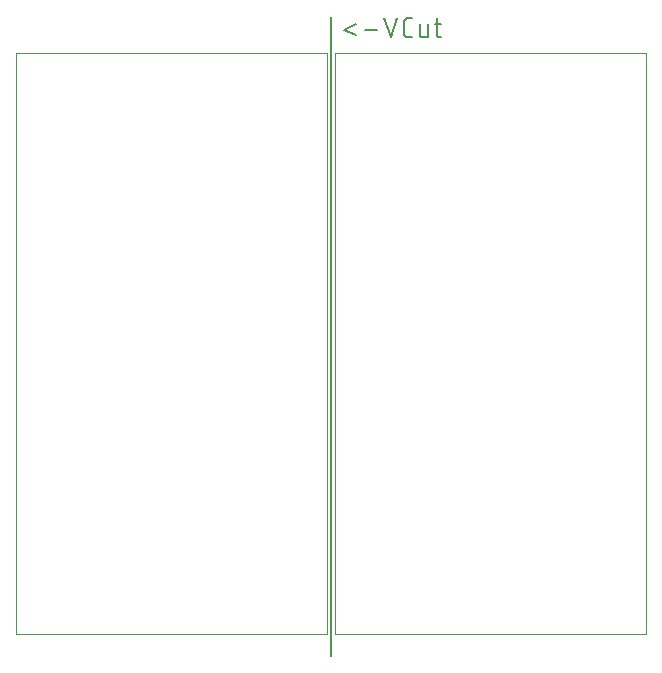
<source format=gbo>
G75*
%MOIN*%
%OFA0B0*%
%FSLAX25Y25*%
%IPPOS*%
%LPD*%
%AMOC8*
5,1,8,0,0,1.08239X$1,22.5*
%
%ADD10C,0.00000*%
%ADD11C,0.00600*%
D10*
X0001300Y0008800D02*
X0001300Y0202261D01*
X0105001Y0202261D01*
X0105001Y0008800D01*
X0001300Y0008800D01*
X0107800Y0008800D02*
X0107800Y0202261D01*
X0211501Y0202261D01*
X0211501Y0008800D01*
X0107800Y0008800D01*
D11*
X0106300Y0001300D02*
X0106300Y0214300D01*
X0110600Y0210089D02*
X0114867Y0208311D01*
X0117575Y0210089D02*
X0121841Y0210089D01*
X0124139Y0214000D02*
X0126272Y0207600D01*
X0128406Y0214000D01*
X0130633Y0212578D02*
X0130633Y0209022D01*
X0130635Y0208948D01*
X0130641Y0208873D01*
X0130651Y0208800D01*
X0130664Y0208726D01*
X0130681Y0208654D01*
X0130703Y0208583D01*
X0130727Y0208512D01*
X0130756Y0208444D01*
X0130788Y0208376D01*
X0130824Y0208311D01*
X0130862Y0208248D01*
X0130905Y0208186D01*
X0130950Y0208127D01*
X0130998Y0208070D01*
X0131049Y0208016D01*
X0131103Y0207965D01*
X0131160Y0207917D01*
X0131219Y0207872D01*
X0131281Y0207829D01*
X0131344Y0207791D01*
X0131409Y0207755D01*
X0131477Y0207723D01*
X0131545Y0207694D01*
X0131616Y0207670D01*
X0131687Y0207648D01*
X0131759Y0207631D01*
X0131833Y0207618D01*
X0131906Y0207608D01*
X0131981Y0207602D01*
X0132055Y0207600D01*
X0133477Y0207600D01*
X0135927Y0208667D02*
X0135927Y0211867D01*
X0133477Y0214000D02*
X0132055Y0214000D01*
X0131981Y0213998D01*
X0131906Y0213992D01*
X0131833Y0213982D01*
X0131759Y0213969D01*
X0131687Y0213952D01*
X0131616Y0213930D01*
X0131545Y0213906D01*
X0131477Y0213877D01*
X0131409Y0213845D01*
X0131344Y0213809D01*
X0131281Y0213771D01*
X0131219Y0213728D01*
X0131160Y0213683D01*
X0131103Y0213635D01*
X0131049Y0213584D01*
X0130998Y0213529D01*
X0130950Y0213473D01*
X0130905Y0213414D01*
X0130862Y0213352D01*
X0130824Y0213289D01*
X0130788Y0213224D01*
X0130756Y0213156D01*
X0130727Y0213088D01*
X0130703Y0213017D01*
X0130681Y0212946D01*
X0130664Y0212874D01*
X0130651Y0212800D01*
X0130641Y0212727D01*
X0130635Y0212652D01*
X0130633Y0212578D01*
X0135927Y0208667D02*
X0135929Y0208603D01*
X0135935Y0208538D01*
X0135944Y0208475D01*
X0135958Y0208412D01*
X0135975Y0208350D01*
X0135996Y0208289D01*
X0136021Y0208229D01*
X0136049Y0208171D01*
X0136081Y0208115D01*
X0136116Y0208061D01*
X0136154Y0208009D01*
X0136195Y0207959D01*
X0136240Y0207913D01*
X0136286Y0207868D01*
X0136336Y0207827D01*
X0136388Y0207789D01*
X0136442Y0207754D01*
X0136498Y0207722D01*
X0136556Y0207694D01*
X0136616Y0207669D01*
X0136677Y0207648D01*
X0136739Y0207631D01*
X0136802Y0207617D01*
X0136865Y0207608D01*
X0136930Y0207602D01*
X0136994Y0207600D01*
X0138772Y0207600D01*
X0138772Y0211867D01*
X0140955Y0211867D02*
X0143088Y0211867D01*
X0141666Y0214000D02*
X0141666Y0208667D01*
X0141668Y0208603D01*
X0141674Y0208538D01*
X0141683Y0208475D01*
X0141697Y0208412D01*
X0141714Y0208350D01*
X0141735Y0208289D01*
X0141760Y0208229D01*
X0141788Y0208171D01*
X0141820Y0208115D01*
X0141855Y0208061D01*
X0141893Y0208009D01*
X0141934Y0207959D01*
X0141979Y0207913D01*
X0142025Y0207868D01*
X0142075Y0207827D01*
X0142127Y0207789D01*
X0142181Y0207754D01*
X0142237Y0207722D01*
X0142295Y0207694D01*
X0142355Y0207669D01*
X0142416Y0207648D01*
X0142478Y0207631D01*
X0142541Y0207617D01*
X0142604Y0207608D01*
X0142669Y0207602D01*
X0142733Y0207600D01*
X0143088Y0207600D01*
X0114867Y0211867D02*
X0110600Y0210089D01*
M02*

</source>
